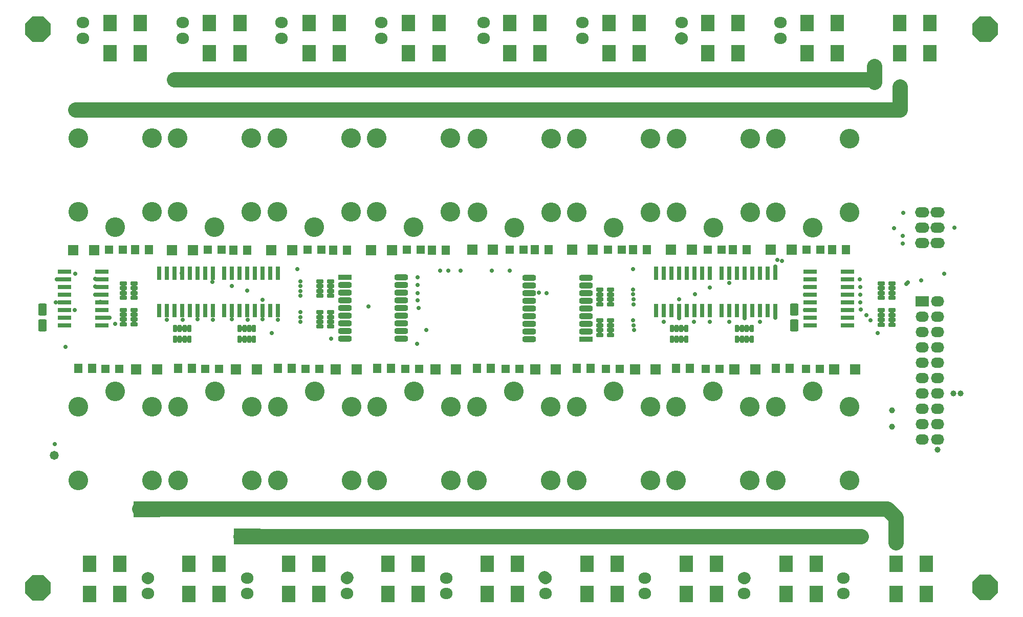
<source format=gts>
G04 Layer_Color=8388736*
%FSTAX24Y24*%
%MOIN*%
G70*
G01*
G75*
%ADD26C,0.0984*%
%ADD38C,0.0787*%
%ADD48R,0.0945X0.0315*%
%ADD49R,0.0945X0.0315*%
%ADD50R,0.0315X0.0945*%
%ADD51R,0.0315X0.0945*%
%ADD52R,0.0315X0.0945*%
%ADD53R,0.0580X0.0580*%
%ADD54R,0.0580X0.0630*%
%ADD55R,0.0680X0.0680*%
G04:AMPARAMS|DCode=56|XSize=45.4mil|YSize=27.7mil|CornerRadius=6.5mil|HoleSize=0mil|Usage=FLASHONLY|Rotation=270.000|XOffset=0mil|YOffset=0mil|HoleType=Round|Shape=RoundedRectangle|*
%AMROUNDEDRECTD56*
21,1,0.0454,0.0148,0,0,270.0*
21,1,0.0325,0.0277,0,0,270.0*
1,1,0.0129,-0.0074,-0.0162*
1,1,0.0129,-0.0074,0.0162*
1,1,0.0129,0.0074,0.0162*
1,1,0.0129,0.0074,-0.0162*
%
%ADD56ROUNDEDRECTD56*%
G04:AMPARAMS|DCode=57|XSize=45.4mil|YSize=27.7mil|CornerRadius=6.5mil|HoleSize=0mil|Usage=FLASHONLY|Rotation=180.000|XOffset=0mil|YOffset=0mil|HoleType=Round|Shape=RoundedRectangle|*
%AMROUNDEDRECTD57*
21,1,0.0454,0.0148,0,0,180.0*
21,1,0.0325,0.0277,0,0,180.0*
1,1,0.0129,-0.0162,0.0074*
1,1,0.0129,0.0162,0.0074*
1,1,0.0129,0.0162,-0.0074*
1,1,0.0129,-0.0162,-0.0074*
%
%ADD57ROUNDEDRECTD57*%
%ADD58R,0.0880X0.0380*%
G04:AMPARAMS|DCode=59|XSize=38mil|YSize=88mil|CornerRadius=11.5mil|HoleSize=0mil|Usage=FLASHONLY|Rotation=270.000|XOffset=0mil|YOffset=0mil|HoleType=Round|Shape=RoundedRectangle|*
%AMROUNDEDRECTD59*
21,1,0.0380,0.0650,0,0,270.0*
21,1,0.0150,0.0880,0,0,270.0*
1,1,0.0230,-0.0325,-0.0075*
1,1,0.0230,-0.0325,0.0075*
1,1,0.0230,0.0325,0.0075*
1,1,0.0230,0.0325,-0.0075*
%
%ADD59ROUNDEDRECTD59*%
%ADD60R,0.0867X0.0316*%
G04:AMPARAMS|DCode=61|XSize=78.9mil|YSize=55.2mil|CornerRadius=9.9mil|HoleSize=0mil|Usage=FLASHONLY|Rotation=90.000|XOffset=0mil|YOffset=0mil|HoleType=Round|Shape=RoundedRectangle|*
%AMROUNDEDRECTD61*
21,1,0.0789,0.0354,0,0,90.0*
21,1,0.0591,0.0552,0,0,90.0*
1,1,0.0198,0.0177,0.0295*
1,1,0.0198,0.0177,-0.0295*
1,1,0.0198,-0.0177,-0.0295*
1,1,0.0198,-0.0177,0.0295*
%
%ADD61ROUNDEDRECTD61*%
%ADD62R,0.0316X0.0867*%
%ADD63R,0.0867X0.1064*%
%ADD64P,0.1791X8X22.5*%
%ADD65O,0.0830X0.0730*%
%ADD66O,0.0867X0.0671*%
%ADD67R,0.0867X0.0671*%
%ADD68C,0.1280*%
%ADD69O,0.0940X0.0680*%
%ADD70C,0.0680*%
%ADD71C,0.0580*%
%ADD72C,0.0277*%
%ADD73C,0.0395*%
G36*
X06167Y06267D02*
X06164Y06264D01*
X05994Y06264D01*
X05994Y06367D01*
X06167D01*
Y06267D01*
D02*
G37*
G36*
X05514Y06445D02*
X05511Y06442D01*
X05341Y06442D01*
X05341Y06545D01*
X05514D01*
Y06445D01*
D02*
G37*
D26*
X05381Y06495D02*
X10249D01*
X10307Y06275D02*
Y06437D01*
X10249Y06495D02*
X10307Y06437D01*
X06039Y06314D02*
X10081D01*
X04962Y09095D02*
X10334D01*
X05607Y09291D02*
X10153D01*
X10332Y09096D02*
Y09244D01*
X10167Y09274D02*
Y09377D01*
D38*
X05433Y06045D02*
X05434Y06044D01*
X067283D02*
X06733Y060487D01*
X08017Y060496D02*
X080226Y06044D01*
X093169D02*
X09318Y060451D01*
X08907Y09561D02*
X08908Y09562D01*
D48*
X05656Y076724D02*
D03*
X06077D02*
D03*
X09318Y076724D02*
D03*
D49*
X05656Y076016D02*
D03*
X06077D02*
D03*
X08892Y076016D02*
D03*
Y076724D02*
D03*
X09318Y076016D02*
D03*
D50*
X066244Y07931D02*
D03*
X066244Y0773D02*
D03*
X083756Y07676D02*
D03*
X083756Y07876D02*
D03*
X102804Y07743D02*
D03*
X102794Y07917D02*
D03*
X102086D02*
D03*
X053434Y07745D02*
D03*
X053424Y07917D02*
D03*
D51*
X065536Y07931D02*
D03*
X065536Y0773D02*
D03*
X084464Y07676D02*
D03*
X084464Y07876D02*
D03*
X102096Y07743D02*
D03*
D52*
X052726Y07745D02*
D03*
X052716Y07917D02*
D03*
D53*
X09718Y07407D02*
D03*
X09808D02*
D03*
X090663Y074086D02*
D03*
X091563D02*
D03*
X084146D02*
D03*
X085046D02*
D03*
X077629D02*
D03*
X078529D02*
D03*
X071111D02*
D03*
X072011D02*
D03*
X064594D02*
D03*
X065494D02*
D03*
X058077D02*
D03*
X058977D02*
D03*
X05156D02*
D03*
X05246D02*
D03*
X05179Y08183D02*
D03*
X05269D02*
D03*
X05824D02*
D03*
X05914D02*
D03*
X06474D02*
D03*
X06564D02*
D03*
X07119D02*
D03*
X07209D02*
D03*
X09723Y081855D02*
D03*
X09813D02*
D03*
X07788D02*
D03*
X07878D02*
D03*
X08428D02*
D03*
X08518D02*
D03*
X09078D02*
D03*
X09168D02*
D03*
D54*
X09523Y0741D02*
D03*
X09613D02*
D03*
X088741D02*
D03*
X089641D02*
D03*
X082253D02*
D03*
X083153D02*
D03*
X075764D02*
D03*
X076664D02*
D03*
X069276D02*
D03*
X070176D02*
D03*
X062787D02*
D03*
X063687D02*
D03*
X056299D02*
D03*
X057199D02*
D03*
X04981D02*
D03*
X05071D02*
D03*
X05349Y081835D02*
D03*
X05439D02*
D03*
X05989Y081825D02*
D03*
X06079D02*
D03*
X06639D02*
D03*
X06729D02*
D03*
X07284D02*
D03*
X07374D02*
D03*
X09243Y08185D02*
D03*
X09333D02*
D03*
X09888D02*
D03*
X09978D02*
D03*
X07953D02*
D03*
X08043D02*
D03*
X08593D02*
D03*
X08683D02*
D03*
D55*
X100399Y07405D02*
D03*
X099041D02*
D03*
X093902D02*
D03*
X092544D02*
D03*
X087405D02*
D03*
X086047D02*
D03*
X080908D02*
D03*
X079549D02*
D03*
X074411D02*
D03*
X073052D02*
D03*
X067913D02*
D03*
X066555D02*
D03*
X061416D02*
D03*
X060058D02*
D03*
X054919D02*
D03*
X053561D02*
D03*
X049461Y081825D02*
D03*
X050819D02*
D03*
X055911D02*
D03*
X057269D02*
D03*
X062361D02*
D03*
X063719D02*
D03*
X068861D02*
D03*
X070219D02*
D03*
X075451Y08185D02*
D03*
X076809D02*
D03*
X081951D02*
D03*
X083309D02*
D03*
X088401D02*
D03*
X089759D02*
D03*
X094901D02*
D03*
X096259D02*
D03*
D56*
X056088Y076724D02*
D03*
X056403D02*
D03*
X056717D02*
D03*
X057032D02*
D03*
Y076016D02*
D03*
X056717D02*
D03*
X056403D02*
D03*
X056088D02*
D03*
X060298Y076724D02*
D03*
X060613D02*
D03*
X060927D02*
D03*
X061242D02*
D03*
Y076016D02*
D03*
X060927D02*
D03*
X060613D02*
D03*
X060298D02*
D03*
X088448Y076016D02*
D03*
X088763D02*
D03*
X089077D02*
D03*
X089392D02*
D03*
Y076724D02*
D03*
X089077D02*
D03*
X088763D02*
D03*
X088448D02*
D03*
X092708Y076016D02*
D03*
X093023D02*
D03*
X093337D02*
D03*
X093652D02*
D03*
Y076724D02*
D03*
X093337D02*
D03*
X093023D02*
D03*
X092708D02*
D03*
D57*
X066244Y079782D02*
D03*
X066244Y079467D02*
D03*
Y079153D02*
D03*
X066244Y078838D02*
D03*
X065536Y078838D02*
D03*
Y079153D02*
D03*
Y079467D02*
D03*
Y079782D02*
D03*
X066244Y077772D02*
D03*
Y077457D02*
D03*
Y077143D02*
D03*
Y076828D02*
D03*
X065536Y076828D02*
D03*
X065536Y077143D02*
D03*
Y077457D02*
D03*
X065536Y077772D02*
D03*
X084464Y076288D02*
D03*
Y076603D02*
D03*
Y076917D02*
D03*
Y077232D02*
D03*
X083756D02*
D03*
Y076917D02*
D03*
Y076603D02*
D03*
Y076288D02*
D03*
X084464Y078288D02*
D03*
Y078603D02*
D03*
Y078917D02*
D03*
Y079232D02*
D03*
X083756D02*
D03*
Y078917D02*
D03*
Y078603D02*
D03*
Y078288D02*
D03*
X102804Y076958D02*
D03*
Y077273D02*
D03*
Y077587D02*
D03*
Y077902D02*
D03*
X102096D02*
D03*
Y077587D02*
D03*
Y077273D02*
D03*
Y076958D02*
D03*
X102794Y078698D02*
D03*
Y079013D02*
D03*
Y079327D02*
D03*
Y079642D02*
D03*
X102086D02*
D03*
Y079327D02*
D03*
Y079013D02*
D03*
Y078698D02*
D03*
X052726Y076978D02*
D03*
Y077293D02*
D03*
Y077607D02*
D03*
Y077922D02*
D03*
X053434D02*
D03*
Y077607D02*
D03*
Y077293D02*
D03*
Y076978D02*
D03*
X052716Y078698D02*
D03*
Y079013D02*
D03*
Y079327D02*
D03*
Y079642D02*
D03*
X053424D02*
D03*
Y079327D02*
D03*
X053424Y079013D02*
D03*
Y078698D02*
D03*
D58*
X082851Y07601D02*
D03*
X067149Y08004D02*
D03*
D59*
X082851Y07651D02*
D03*
Y07701D02*
D03*
Y07751D02*
D03*
Y07801D02*
D03*
Y07851D02*
D03*
Y07901D02*
D03*
Y07951D02*
D03*
Y08001D02*
D03*
X079169Y07601D02*
D03*
X079169Y07651D02*
D03*
X079169Y07701D02*
D03*
Y07751D02*
D03*
Y07801D02*
D03*
Y07851D02*
D03*
Y07901D02*
D03*
Y07951D02*
D03*
Y08001D02*
D03*
X070831Y07604D02*
D03*
Y07654D02*
D03*
Y07704D02*
D03*
Y07754D02*
D03*
Y07804D02*
D03*
Y07854D02*
D03*
Y07904D02*
D03*
Y07954D02*
D03*
Y08004D02*
D03*
X067149Y07604D02*
D03*
Y07654D02*
D03*
Y07704D02*
D03*
Y07754D02*
D03*
Y07804D02*
D03*
Y07854D02*
D03*
Y07904D02*
D03*
Y07954D02*
D03*
D60*
X09746Y08042D02*
D03*
Y07992D02*
D03*
Y07942D02*
D03*
Y07892D02*
D03*
Y07842D02*
D03*
Y07792D02*
D03*
Y07742D02*
D03*
Y07692D02*
D03*
X0999Y08042D02*
D03*
Y07992D02*
D03*
Y07942D02*
D03*
Y07892D02*
D03*
Y07842D02*
D03*
Y07792D02*
D03*
Y07742D02*
D03*
Y07692D02*
D03*
X05134D02*
D03*
Y07742D02*
D03*
X05134Y07792D02*
D03*
X05134Y07842D02*
D03*
Y07892D02*
D03*
X05134Y07942D02*
D03*
X05134Y07992D02*
D03*
X05134Y08042D02*
D03*
X0489Y07692D02*
D03*
Y07742D02*
D03*
Y07792D02*
D03*
Y07842D02*
D03*
Y07892D02*
D03*
Y07942D02*
D03*
Y07992D02*
D03*
Y08042D02*
D03*
D61*
X09643Y077932D02*
D03*
Y076908D02*
D03*
X04747D02*
D03*
Y077932D02*
D03*
D62*
X09093Y08031D02*
D03*
X09043D02*
D03*
X08993D02*
D03*
X08943D02*
D03*
X08893D02*
D03*
X08843D02*
D03*
X08793D02*
D03*
X08743D02*
D03*
X09093Y07787D02*
D03*
X09043D02*
D03*
X08993D02*
D03*
X08943D02*
D03*
X08893D02*
D03*
X08843D02*
D03*
X08793D02*
D03*
X08743D02*
D03*
X09519Y08031D02*
D03*
X09469D02*
D03*
X09419D02*
D03*
X09369D02*
D03*
X09319D02*
D03*
X09269D02*
D03*
X09219D02*
D03*
X09169D02*
D03*
X09519Y07787D02*
D03*
X09469D02*
D03*
X09419D02*
D03*
X09369D02*
D03*
X09319D02*
D03*
X09269D02*
D03*
X09219D02*
D03*
X09169D02*
D03*
X05507D02*
D03*
X05557D02*
D03*
X05607D02*
D03*
X05657D02*
D03*
X05707D02*
D03*
X05757D02*
D03*
X05807D02*
D03*
X05857D02*
D03*
X05507Y08031D02*
D03*
X05557D02*
D03*
X05607D02*
D03*
X05657D02*
D03*
X05707D02*
D03*
X05757D02*
D03*
X05807D02*
D03*
X05857D02*
D03*
X0593Y07787D02*
D03*
X0598D02*
D03*
X0603D02*
D03*
X0608D02*
D03*
X0613D02*
D03*
X0618D02*
D03*
X0623D02*
D03*
X0628D02*
D03*
X0593Y08031D02*
D03*
X0598D02*
D03*
X0603D02*
D03*
X0608D02*
D03*
X0613D02*
D03*
X0618D02*
D03*
X0623D02*
D03*
X0628D02*
D03*
D63*
X103305Y096622D02*
D03*
Y094653D02*
D03*
X105274D02*
D03*
Y096622D02*
D03*
X097855Y059398D02*
D03*
Y061367D02*
D03*
X095886D02*
D03*
Y059398D02*
D03*
X091373Y059398D02*
D03*
Y061367D02*
D03*
X089405D02*
D03*
Y059398D02*
D03*
X084892Y059398D02*
D03*
Y061367D02*
D03*
X082923D02*
D03*
Y059398D02*
D03*
X07841Y059398D02*
D03*
Y061367D02*
D03*
X076442D02*
D03*
Y059398D02*
D03*
X071929Y059398D02*
D03*
Y061367D02*
D03*
X06996D02*
D03*
Y059398D02*
D03*
X065448Y059398D02*
D03*
Y061367D02*
D03*
X063479D02*
D03*
Y059398D02*
D03*
X058966Y059398D02*
D03*
Y061367D02*
D03*
X056998D02*
D03*
Y059398D02*
D03*
X105015Y059398D02*
D03*
Y061367D02*
D03*
X103046D02*
D03*
Y059398D02*
D03*
X052485Y059398D02*
D03*
Y061367D02*
D03*
X050516D02*
D03*
Y059398D02*
D03*
X053829Y096622D02*
D03*
Y094653D02*
D03*
X05186D02*
D03*
Y096622D02*
D03*
X060312D02*
D03*
Y094653D02*
D03*
X058344D02*
D03*
Y096622D02*
D03*
X066796D02*
D03*
Y094653D02*
D03*
X064827D02*
D03*
Y096622D02*
D03*
X073279D02*
D03*
Y094653D02*
D03*
X07131D02*
D03*
Y096622D02*
D03*
X079869D02*
D03*
Y094653D02*
D03*
X0779D02*
D03*
Y096622D02*
D03*
X092769D02*
D03*
Y094653D02*
D03*
X0908D02*
D03*
Y096622D02*
D03*
X099219D02*
D03*
Y094653D02*
D03*
X09725D02*
D03*
Y096622D02*
D03*
X086319D02*
D03*
Y094653D02*
D03*
X08435D02*
D03*
Y096622D02*
D03*
D64*
X047177Y096195D02*
D03*
Y059825D02*
D03*
X108862Y059831D02*
D03*
Y096195D02*
D03*
D65*
X09964Y06044D02*
D03*
Y05943D02*
D03*
X093169Y06044D02*
D03*
Y05943D02*
D03*
X086697Y06044D02*
D03*
Y05943D02*
D03*
X080226Y06044D02*
D03*
Y05943D02*
D03*
X073754Y06044D02*
D03*
Y05943D02*
D03*
X067283Y06044D02*
D03*
Y05943D02*
D03*
X060811Y06044D02*
D03*
Y05943D02*
D03*
X05434Y06044D02*
D03*
Y05943D02*
D03*
X05009Y09663D02*
D03*
Y09562D02*
D03*
X05659Y09663D02*
D03*
Y09562D02*
D03*
X06304Y09663D02*
D03*
Y09562D02*
D03*
X06954Y09663D02*
D03*
Y09562D02*
D03*
X07618Y09663D02*
D03*
Y09562D02*
D03*
X08908Y09663D02*
D03*
Y09562D02*
D03*
X09553Y09663D02*
D03*
Y09562D02*
D03*
X08263Y09663D02*
D03*
Y09562D02*
D03*
D66*
X10575Y06947D02*
D03*
Y07047D02*
D03*
Y07147D02*
D03*
Y07247D02*
D03*
Y07347D02*
D03*
Y07447D02*
D03*
Y07547D02*
D03*
Y07647D02*
D03*
Y07747D02*
D03*
Y07847D02*
D03*
X10475Y07747D02*
D03*
Y07647D02*
D03*
Y07547D02*
D03*
Y07447D02*
D03*
Y07347D02*
D03*
Y07247D02*
D03*
Y07147D02*
D03*
Y07047D02*
D03*
Y06947D02*
D03*
D67*
Y07847D02*
D03*
D68*
X05459Y0843D02*
D03*
X04979Y0891D02*
D03*
X05219Y0833D02*
D03*
X05459Y0891D02*
D03*
X04979Y0843D02*
D03*
X061073D02*
D03*
X056273Y0891D02*
D03*
X058673Y0833D02*
D03*
X061073Y0891D02*
D03*
X056273Y0843D02*
D03*
X067557D02*
D03*
X062757Y0891D02*
D03*
X065157Y0833D02*
D03*
X067557Y0891D02*
D03*
X062757Y0843D02*
D03*
X07404D02*
D03*
X06924Y0891D02*
D03*
X07164Y0833D02*
D03*
X07404Y0891D02*
D03*
X06924Y0843D02*
D03*
X08058Y08427D02*
D03*
X07578Y08907D02*
D03*
X07818Y08327D02*
D03*
X08058Y08907D02*
D03*
X07578Y08427D02*
D03*
X087063D02*
D03*
X082263Y08907D02*
D03*
X084663Y08327D02*
D03*
X087063Y08907D02*
D03*
X082263Y08427D02*
D03*
X093547D02*
D03*
X088747Y08907D02*
D03*
X091147Y08327D02*
D03*
X093547Y08907D02*
D03*
X088747Y08427D02*
D03*
X10003D02*
D03*
X09523Y08907D02*
D03*
X09763Y08327D02*
D03*
X10003Y08907D02*
D03*
X09523Y08427D02*
D03*
X05461Y07161D02*
D03*
X04981Y06681D02*
D03*
X05221Y07261D02*
D03*
X05461Y06681D02*
D03*
X04981Y07161D02*
D03*
X061099D02*
D03*
X056299Y06681D02*
D03*
X058699Y07261D02*
D03*
X061099Y06681D02*
D03*
X056299Y07161D02*
D03*
X067587D02*
D03*
X062787Y06681D02*
D03*
X065187Y07261D02*
D03*
X067587Y06681D02*
D03*
X062787Y07161D02*
D03*
X074076D02*
D03*
X069276Y06681D02*
D03*
X071676Y07261D02*
D03*
X074076Y06681D02*
D03*
X069276Y07161D02*
D03*
X080564D02*
D03*
X075764Y06681D02*
D03*
X078164Y07261D02*
D03*
X080564Y06681D02*
D03*
X075764Y07161D02*
D03*
X087053D02*
D03*
X082253Y06681D02*
D03*
X084653Y07261D02*
D03*
X087053Y06681D02*
D03*
X082253Y07161D02*
D03*
X093541D02*
D03*
X088741Y06681D02*
D03*
X091141Y07261D02*
D03*
X093541Y06681D02*
D03*
X088741Y07161D02*
D03*
X10003D02*
D03*
X09523Y06681D02*
D03*
X09763Y07261D02*
D03*
X10003Y06681D02*
D03*
X09523Y07161D02*
D03*
D69*
X10475Y08426D02*
D03*
X10475Y08326D02*
D03*
X10475Y08227D02*
D03*
X10575Y08426D02*
D03*
Y08226D02*
D03*
X10575Y08326D02*
D03*
D70*
X10167Y09388D02*
D03*
Y09258D02*
D03*
X10168Y09327D02*
D03*
D71*
X0549Y06488D02*
D03*
X05431D02*
D03*
X05368D02*
D03*
X04823Y06843D02*
D03*
X06792Y06491D02*
D03*
X06733D02*
D03*
X0667D02*
D03*
X08082D02*
D03*
X08023D02*
D03*
X0796D02*
D03*
X09384D02*
D03*
X09325D02*
D03*
X09262D02*
D03*
X06143Y0631D02*
D03*
X06084D02*
D03*
X06021D02*
D03*
X0744D02*
D03*
X07381D02*
D03*
X07318D02*
D03*
X08735D02*
D03*
X08676D02*
D03*
X08613D02*
D03*
X10029D02*
D03*
X09907D02*
D03*
X0997D02*
D03*
X10334Y09095D02*
D03*
X05666Y09291D02*
D03*
X07619Y0909D02*
D03*
X06954Y09291D02*
D03*
X08262Y09294D02*
D03*
X05078Y09101D02*
D03*
X05015D02*
D03*
X04956D02*
D03*
X06365Y09098D02*
D03*
X06302D02*
D03*
X06243D02*
D03*
X07682Y0909D02*
D03*
X0756D02*
D03*
X08967Y09092D02*
D03*
X08904D02*
D03*
X08845D02*
D03*
X09616Y09295D02*
D03*
X09553D02*
D03*
X09494D02*
D03*
X08326Y09295D02*
D03*
X08263D02*
D03*
X08204D02*
D03*
X07017Y09291D02*
D03*
X06895D02*
D03*
X05729D02*
D03*
X05607D02*
D03*
X10332Y09096D02*
D03*
Y09155D02*
D03*
Y09218D02*
D03*
D72*
X09523Y0741D02*
D03*
X10349Y08225D02*
D03*
X1047Y07984D02*
D03*
X10373Y07962D02*
D03*
X10382Y07971D02*
D03*
X10619Y08026D02*
D03*
X102794Y07138D02*
D03*
X10349Y08274D02*
D03*
X10687Y08328D02*
D03*
X10352Y08423D02*
D03*
X10293Y08325D02*
D03*
X0484Y07991D02*
D03*
X0496Y08029D02*
D03*
X04956Y07792D02*
D03*
X06239Y07642D02*
D03*
X09712Y07791D02*
D03*
X09519Y07741D02*
D03*
X09714Y07891D02*
D03*
X09713Y07942D02*
D03*
X04833Y07842D02*
D03*
X04742Y07692D02*
D03*
X10187Y0764D02*
D03*
X04894Y07741D02*
D03*
X07246Y0766D02*
D03*
X0687Y07813D02*
D03*
X07186Y0757D02*
D03*
X06626Y07605D02*
D03*
X04897Y07551D02*
D03*
X07195Y07804D02*
D03*
X07189Y07854D02*
D03*
X10045Y07409D02*
D03*
X09396Y07407D02*
D03*
X08741D02*
D03*
X07791Y08046D02*
D03*
X08092Y07404D02*
D03*
X07441Y07408D02*
D03*
X06791Y074D02*
D03*
X056299Y0741D02*
D03*
X05495Y07411D02*
D03*
X0689Y08184D02*
D03*
X05555Y0806D02*
D03*
X05652Y08032D02*
D03*
X06238Y08187D02*
D03*
X06406Y08057D02*
D03*
X07336Y08048D02*
D03*
X07469D02*
D03*
X07388Y08049D02*
D03*
X07674Y08048D02*
D03*
X05588Y08185D02*
D03*
X04947Y08182D02*
D03*
X08594Y080575D02*
D03*
X07539Y08175D02*
D03*
X09489Y08183D02*
D03*
X08191Y08184D02*
D03*
X08842Y0819D02*
D03*
X08873Y07406D02*
D03*
X061416Y07405D02*
D03*
X07191Y07902D02*
D03*
X07188Y07955D02*
D03*
X07191Y08004D02*
D03*
X07981Y07903D02*
D03*
X0803Y07901D02*
D03*
X05088Y07891D02*
D03*
X05122Y07843D02*
D03*
X06281Y07729D02*
D03*
X06179Y0773D02*
D03*
X06082Y07729D02*
D03*
X0598Y0773D02*
D03*
X05148Y07792D02*
D03*
X05182Y0774D02*
D03*
X05219Y077D02*
D03*
X05856Y07728D02*
D03*
X05755Y0773D02*
D03*
X05659Y07728D02*
D03*
X05555Y07727D02*
D03*
X06179Y07857D02*
D03*
X06081Y07919D02*
D03*
X05979Y07947D02*
D03*
X05854Y07975D02*
D03*
X05755Y08006D02*
D03*
X064267Y077772D02*
D03*
X06426Y077143D02*
D03*
Y07744D02*
D03*
X06427Y078838D02*
D03*
Y079153D02*
D03*
X06426Y07948D02*
D03*
Y07978D02*
D03*
X08598Y0766D02*
D03*
X08596Y07692D02*
D03*
X08595Y0786D02*
D03*
X08594Y07925D02*
D03*
X0942Y08039D02*
D03*
X08594Y07893D02*
D03*
X09319Y08007D02*
D03*
X08595Y07827D02*
D03*
X09219Y07969D02*
D03*
X09093Y07936D02*
D03*
X08995Y07894D02*
D03*
X08893Y07861D02*
D03*
X085942Y077232D02*
D03*
X09319Y07738D02*
D03*
X10073Y07842D02*
D03*
X10074Y07891D02*
D03*
X10073Y07941D02*
D03*
X1007Y07992D02*
D03*
X08792Y07715D02*
D03*
X1014Y07724D02*
D03*
X08893Y07736D02*
D03*
X10112Y07758D02*
D03*
X08991Y07713D02*
D03*
X10075Y07793D02*
D03*
X09092Y07714D02*
D03*
X09219Y07713D02*
D03*
X09419Y07714D02*
D03*
X05088Y07993D02*
D03*
Y07943D02*
D03*
X0952Y08073D02*
D03*
X09562Y08112D02*
D03*
X09533Y081163D02*
D03*
X04826Y06918D02*
D03*
X1068Y07249D02*
D03*
D73*
X102794Y07138D02*
D03*
Y07031D02*
D03*
X10725Y07247D02*
D03*
X10576Y06881D02*
D03*
X1068Y07249D02*
D03*
X10307Y06275D02*
D03*
X10306Y06347D02*
D03*
X10308Y06434D02*
D03*
M02*

</source>
